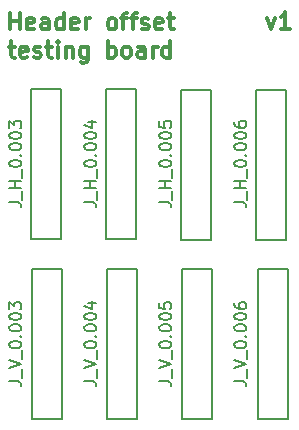
<source format=gto>
G04 #@! TF.FileFunction,Legend,Top*
%FSLAX46Y46*%
G04 Gerber Fmt 4.6, Leading zero omitted, Abs format (unit mm)*
G04 Created by KiCad (PCBNEW 4.0.6) date Fri Jun 16 13:15:56 2017*
%MOMM*%
%LPD*%
G01*
G04 APERTURE LIST*
%ADD10C,0.100000*%
%ADD11C,0.300000*%
%ADD12C,0.200000*%
%ADD13C,0.150000*%
G04 APERTURE END LIST*
D10*
D11*
X60030000Y-24465000D02*
X60363333Y-25398333D01*
X60696667Y-24465000D01*
X61963334Y-25398333D02*
X61163334Y-25398333D01*
X61563334Y-25398333D02*
X61563334Y-23998333D01*
X61430000Y-24198333D01*
X61296667Y-24331667D01*
X61163334Y-24398333D01*
X38251666Y-25468333D02*
X38251666Y-24068333D01*
X38251666Y-24735000D02*
X39051666Y-24735000D01*
X39051666Y-25468333D02*
X39051666Y-24068333D01*
X40251667Y-25401667D02*
X40118333Y-25468333D01*
X39851667Y-25468333D01*
X39718333Y-25401667D01*
X39651667Y-25268333D01*
X39651667Y-24735000D01*
X39718333Y-24601667D01*
X39851667Y-24535000D01*
X40118333Y-24535000D01*
X40251667Y-24601667D01*
X40318333Y-24735000D01*
X40318333Y-24868333D01*
X39651667Y-25001667D01*
X41518333Y-25468333D02*
X41518333Y-24735000D01*
X41451667Y-24601667D01*
X41318333Y-24535000D01*
X41051667Y-24535000D01*
X40918333Y-24601667D01*
X41518333Y-25401667D02*
X41385000Y-25468333D01*
X41051667Y-25468333D01*
X40918333Y-25401667D01*
X40851667Y-25268333D01*
X40851667Y-25135000D01*
X40918333Y-25001667D01*
X41051667Y-24935000D01*
X41385000Y-24935000D01*
X41518333Y-24868333D01*
X42785000Y-25468333D02*
X42785000Y-24068333D01*
X42785000Y-25401667D02*
X42651667Y-25468333D01*
X42385000Y-25468333D01*
X42251667Y-25401667D01*
X42185000Y-25335000D01*
X42118334Y-25201667D01*
X42118334Y-24801667D01*
X42185000Y-24668333D01*
X42251667Y-24601667D01*
X42385000Y-24535000D01*
X42651667Y-24535000D01*
X42785000Y-24601667D01*
X43985001Y-25401667D02*
X43851667Y-25468333D01*
X43585001Y-25468333D01*
X43451667Y-25401667D01*
X43385001Y-25268333D01*
X43385001Y-24735000D01*
X43451667Y-24601667D01*
X43585001Y-24535000D01*
X43851667Y-24535000D01*
X43985001Y-24601667D01*
X44051667Y-24735000D01*
X44051667Y-24868333D01*
X43385001Y-25001667D01*
X44651667Y-25468333D02*
X44651667Y-24535000D01*
X44651667Y-24801667D02*
X44718334Y-24668333D01*
X44785001Y-24601667D01*
X44918334Y-24535000D01*
X45051667Y-24535000D01*
X46785001Y-25468333D02*
X46651668Y-25401667D01*
X46585001Y-25335000D01*
X46518335Y-25201667D01*
X46518335Y-24801667D01*
X46585001Y-24668333D01*
X46651668Y-24601667D01*
X46785001Y-24535000D01*
X46985001Y-24535000D01*
X47118335Y-24601667D01*
X47185001Y-24668333D01*
X47251668Y-24801667D01*
X47251668Y-25201667D01*
X47185001Y-25335000D01*
X47118335Y-25401667D01*
X46985001Y-25468333D01*
X46785001Y-25468333D01*
X47651668Y-24535000D02*
X48185002Y-24535000D01*
X47851668Y-25468333D02*
X47851668Y-24268333D01*
X47918335Y-24135000D01*
X48051668Y-24068333D01*
X48185002Y-24068333D01*
X48451668Y-24535000D02*
X48985002Y-24535000D01*
X48651668Y-25468333D02*
X48651668Y-24268333D01*
X48718335Y-24135000D01*
X48851668Y-24068333D01*
X48985002Y-24068333D01*
X49385002Y-25401667D02*
X49518335Y-25468333D01*
X49785002Y-25468333D01*
X49918335Y-25401667D01*
X49985002Y-25268333D01*
X49985002Y-25201667D01*
X49918335Y-25068333D01*
X49785002Y-25001667D01*
X49585002Y-25001667D01*
X49451668Y-24935000D01*
X49385002Y-24801667D01*
X49385002Y-24735000D01*
X49451668Y-24601667D01*
X49585002Y-24535000D01*
X49785002Y-24535000D01*
X49918335Y-24601667D01*
X51118335Y-25401667D02*
X50985001Y-25468333D01*
X50718335Y-25468333D01*
X50585001Y-25401667D01*
X50518335Y-25268333D01*
X50518335Y-24735000D01*
X50585001Y-24601667D01*
X50718335Y-24535000D01*
X50985001Y-24535000D01*
X51118335Y-24601667D01*
X51185001Y-24735000D01*
X51185001Y-24868333D01*
X50518335Y-25001667D01*
X51585001Y-24535000D02*
X52118335Y-24535000D01*
X51785001Y-24068333D02*
X51785001Y-25268333D01*
X51851668Y-25401667D01*
X51985001Y-25468333D01*
X52118335Y-25468333D01*
X38151665Y-26935000D02*
X38684999Y-26935000D01*
X38351665Y-26468333D02*
X38351665Y-27668333D01*
X38418332Y-27801667D01*
X38551665Y-27868333D01*
X38684999Y-27868333D01*
X39684999Y-27801667D02*
X39551665Y-27868333D01*
X39284999Y-27868333D01*
X39151665Y-27801667D01*
X39084999Y-27668333D01*
X39084999Y-27135000D01*
X39151665Y-27001667D01*
X39284999Y-26935000D01*
X39551665Y-26935000D01*
X39684999Y-27001667D01*
X39751665Y-27135000D01*
X39751665Y-27268333D01*
X39084999Y-27401667D01*
X40284999Y-27801667D02*
X40418332Y-27868333D01*
X40684999Y-27868333D01*
X40818332Y-27801667D01*
X40884999Y-27668333D01*
X40884999Y-27601667D01*
X40818332Y-27468333D01*
X40684999Y-27401667D01*
X40484999Y-27401667D01*
X40351665Y-27335000D01*
X40284999Y-27201667D01*
X40284999Y-27135000D01*
X40351665Y-27001667D01*
X40484999Y-26935000D01*
X40684999Y-26935000D01*
X40818332Y-27001667D01*
X41284998Y-26935000D02*
X41818332Y-26935000D01*
X41484998Y-26468333D02*
X41484998Y-27668333D01*
X41551665Y-27801667D01*
X41684998Y-27868333D01*
X41818332Y-27868333D01*
X42284998Y-27868333D02*
X42284998Y-26935000D01*
X42284998Y-26468333D02*
X42218332Y-26535000D01*
X42284998Y-26601667D01*
X42351665Y-26535000D01*
X42284998Y-26468333D01*
X42284998Y-26601667D01*
X42951665Y-26935000D02*
X42951665Y-27868333D01*
X42951665Y-27068333D02*
X43018332Y-27001667D01*
X43151665Y-26935000D01*
X43351665Y-26935000D01*
X43484999Y-27001667D01*
X43551665Y-27135000D01*
X43551665Y-27868333D01*
X44818332Y-26935000D02*
X44818332Y-28068333D01*
X44751666Y-28201667D01*
X44684999Y-28268333D01*
X44551666Y-28335000D01*
X44351666Y-28335000D01*
X44218332Y-28268333D01*
X44818332Y-27801667D02*
X44684999Y-27868333D01*
X44418332Y-27868333D01*
X44284999Y-27801667D01*
X44218332Y-27735000D01*
X44151666Y-27601667D01*
X44151666Y-27201667D01*
X44218332Y-27068333D01*
X44284999Y-27001667D01*
X44418332Y-26935000D01*
X44684999Y-26935000D01*
X44818332Y-27001667D01*
X46551666Y-27868333D02*
X46551666Y-26468333D01*
X46551666Y-27001667D02*
X46685000Y-26935000D01*
X46951666Y-26935000D01*
X47085000Y-27001667D01*
X47151666Y-27068333D01*
X47218333Y-27201667D01*
X47218333Y-27601667D01*
X47151666Y-27735000D01*
X47085000Y-27801667D01*
X46951666Y-27868333D01*
X46685000Y-27868333D01*
X46551666Y-27801667D01*
X48018333Y-27868333D02*
X47885000Y-27801667D01*
X47818333Y-27735000D01*
X47751667Y-27601667D01*
X47751667Y-27201667D01*
X47818333Y-27068333D01*
X47885000Y-27001667D01*
X48018333Y-26935000D01*
X48218333Y-26935000D01*
X48351667Y-27001667D01*
X48418333Y-27068333D01*
X48485000Y-27201667D01*
X48485000Y-27601667D01*
X48418333Y-27735000D01*
X48351667Y-27801667D01*
X48218333Y-27868333D01*
X48018333Y-27868333D01*
X49685000Y-27868333D02*
X49685000Y-27135000D01*
X49618334Y-27001667D01*
X49485000Y-26935000D01*
X49218334Y-26935000D01*
X49085000Y-27001667D01*
X49685000Y-27801667D02*
X49551667Y-27868333D01*
X49218334Y-27868333D01*
X49085000Y-27801667D01*
X49018334Y-27668333D01*
X49018334Y-27535000D01*
X49085000Y-27401667D01*
X49218334Y-27335000D01*
X49551667Y-27335000D01*
X49685000Y-27268333D01*
X50351667Y-27868333D02*
X50351667Y-26935000D01*
X50351667Y-27201667D02*
X50418334Y-27068333D01*
X50485001Y-27001667D01*
X50618334Y-26935000D01*
X50751667Y-26935000D01*
X51818334Y-27868333D02*
X51818334Y-26468333D01*
X51818334Y-27801667D02*
X51685001Y-27868333D01*
X51418334Y-27868333D01*
X51285001Y-27801667D01*
X51218334Y-27735000D01*
X51151668Y-27601667D01*
X51151668Y-27201667D01*
X51218334Y-27068333D01*
X51285001Y-27001667D01*
X51418334Y-26935000D01*
X51685001Y-26935000D01*
X51818334Y-27001667D01*
D12*
X40005000Y-43256200D02*
X40005000Y-30556200D01*
X42545000Y-43256200D02*
X40005000Y-43256200D01*
X42545000Y-30556200D02*
X42545000Y-43256200D01*
X40005000Y-30556200D02*
X42545000Y-30556200D01*
X46355000Y-43256200D02*
X46355000Y-30556200D01*
X48895000Y-43256200D02*
X46355000Y-43256200D01*
X48895000Y-30556200D02*
X48895000Y-43256200D01*
X46355000Y-30556200D02*
X48895000Y-30556200D01*
X52705000Y-43307000D02*
X52705000Y-30607000D01*
X55245000Y-43307000D02*
X52705000Y-43307000D01*
X55245000Y-30607000D02*
X55245000Y-43307000D01*
X52705000Y-30607000D02*
X55245000Y-30607000D01*
X59055000Y-43332400D02*
X59055000Y-30632400D01*
X61595000Y-43332400D02*
X59055000Y-43332400D01*
X61595000Y-30632400D02*
X61595000Y-43332400D01*
X59055000Y-30632400D02*
X61595000Y-30632400D01*
X40081200Y-58420000D02*
X40081200Y-45720000D01*
X42621200Y-58420000D02*
X40081200Y-58420000D01*
X42621200Y-45720000D02*
X42621200Y-58420000D01*
X40081200Y-45720000D02*
X42621200Y-45720000D01*
X46456600Y-58420000D02*
X46456600Y-45720000D01*
X48996600Y-58420000D02*
X46456600Y-58420000D01*
X48996600Y-45720000D02*
X48996600Y-58420000D01*
X46456600Y-45720000D02*
X48996600Y-45720000D01*
X52832000Y-58420000D02*
X52832000Y-45720000D01*
X55372000Y-58420000D02*
X52832000Y-58420000D01*
X55372000Y-45720000D02*
X55372000Y-58420000D01*
X52832000Y-45720000D02*
X55372000Y-45720000D01*
X59207400Y-58420000D02*
X59207400Y-45720000D01*
X61747400Y-58420000D02*
X59207400Y-58420000D01*
X61747400Y-45720000D02*
X61747400Y-58420000D01*
X59207400Y-45720000D02*
X61747400Y-45720000D01*
D13*
X38187381Y-40115714D02*
X38901667Y-40115714D01*
X39044524Y-40163334D01*
X39139762Y-40258572D01*
X39187381Y-40401429D01*
X39187381Y-40496667D01*
X39282619Y-39877619D02*
X39282619Y-39115714D01*
X39187381Y-38877619D02*
X38187381Y-38877619D01*
X38663571Y-38877619D02*
X38663571Y-38306190D01*
X39187381Y-38306190D02*
X38187381Y-38306190D01*
X39282619Y-38068095D02*
X39282619Y-37306190D01*
X38187381Y-36877619D02*
X38187381Y-36782380D01*
X38235000Y-36687142D01*
X38282619Y-36639523D01*
X38377857Y-36591904D01*
X38568333Y-36544285D01*
X38806429Y-36544285D01*
X38996905Y-36591904D01*
X39092143Y-36639523D01*
X39139762Y-36687142D01*
X39187381Y-36782380D01*
X39187381Y-36877619D01*
X39139762Y-36972857D01*
X39092143Y-37020476D01*
X38996905Y-37068095D01*
X38806429Y-37115714D01*
X38568333Y-37115714D01*
X38377857Y-37068095D01*
X38282619Y-37020476D01*
X38235000Y-36972857D01*
X38187381Y-36877619D01*
X39092143Y-36115714D02*
X39139762Y-36068095D01*
X39187381Y-36115714D01*
X39139762Y-36163333D01*
X39092143Y-36115714D01*
X39187381Y-36115714D01*
X38187381Y-35449048D02*
X38187381Y-35353809D01*
X38235000Y-35258571D01*
X38282619Y-35210952D01*
X38377857Y-35163333D01*
X38568333Y-35115714D01*
X38806429Y-35115714D01*
X38996905Y-35163333D01*
X39092143Y-35210952D01*
X39139762Y-35258571D01*
X39187381Y-35353809D01*
X39187381Y-35449048D01*
X39139762Y-35544286D01*
X39092143Y-35591905D01*
X38996905Y-35639524D01*
X38806429Y-35687143D01*
X38568333Y-35687143D01*
X38377857Y-35639524D01*
X38282619Y-35591905D01*
X38235000Y-35544286D01*
X38187381Y-35449048D01*
X38187381Y-34496667D02*
X38187381Y-34401428D01*
X38235000Y-34306190D01*
X38282619Y-34258571D01*
X38377857Y-34210952D01*
X38568333Y-34163333D01*
X38806429Y-34163333D01*
X38996905Y-34210952D01*
X39092143Y-34258571D01*
X39139762Y-34306190D01*
X39187381Y-34401428D01*
X39187381Y-34496667D01*
X39139762Y-34591905D01*
X39092143Y-34639524D01*
X38996905Y-34687143D01*
X38806429Y-34734762D01*
X38568333Y-34734762D01*
X38377857Y-34687143D01*
X38282619Y-34639524D01*
X38235000Y-34591905D01*
X38187381Y-34496667D01*
X38187381Y-33830000D02*
X38187381Y-33210952D01*
X38568333Y-33544286D01*
X38568333Y-33401428D01*
X38615952Y-33306190D01*
X38663571Y-33258571D01*
X38758810Y-33210952D01*
X38996905Y-33210952D01*
X39092143Y-33258571D01*
X39139762Y-33306190D01*
X39187381Y-33401428D01*
X39187381Y-33687143D01*
X39139762Y-33782381D01*
X39092143Y-33830000D01*
X44537381Y-40115714D02*
X45251667Y-40115714D01*
X45394524Y-40163334D01*
X45489762Y-40258572D01*
X45537381Y-40401429D01*
X45537381Y-40496667D01*
X45632619Y-39877619D02*
X45632619Y-39115714D01*
X45537381Y-38877619D02*
X44537381Y-38877619D01*
X45013571Y-38877619D02*
X45013571Y-38306190D01*
X45537381Y-38306190D02*
X44537381Y-38306190D01*
X45632619Y-38068095D02*
X45632619Y-37306190D01*
X44537381Y-36877619D02*
X44537381Y-36782380D01*
X44585000Y-36687142D01*
X44632619Y-36639523D01*
X44727857Y-36591904D01*
X44918333Y-36544285D01*
X45156429Y-36544285D01*
X45346905Y-36591904D01*
X45442143Y-36639523D01*
X45489762Y-36687142D01*
X45537381Y-36782380D01*
X45537381Y-36877619D01*
X45489762Y-36972857D01*
X45442143Y-37020476D01*
X45346905Y-37068095D01*
X45156429Y-37115714D01*
X44918333Y-37115714D01*
X44727857Y-37068095D01*
X44632619Y-37020476D01*
X44585000Y-36972857D01*
X44537381Y-36877619D01*
X45442143Y-36115714D02*
X45489762Y-36068095D01*
X45537381Y-36115714D01*
X45489762Y-36163333D01*
X45442143Y-36115714D01*
X45537381Y-36115714D01*
X44537381Y-35449048D02*
X44537381Y-35353809D01*
X44585000Y-35258571D01*
X44632619Y-35210952D01*
X44727857Y-35163333D01*
X44918333Y-35115714D01*
X45156429Y-35115714D01*
X45346905Y-35163333D01*
X45442143Y-35210952D01*
X45489762Y-35258571D01*
X45537381Y-35353809D01*
X45537381Y-35449048D01*
X45489762Y-35544286D01*
X45442143Y-35591905D01*
X45346905Y-35639524D01*
X45156429Y-35687143D01*
X44918333Y-35687143D01*
X44727857Y-35639524D01*
X44632619Y-35591905D01*
X44585000Y-35544286D01*
X44537381Y-35449048D01*
X44537381Y-34496667D02*
X44537381Y-34401428D01*
X44585000Y-34306190D01*
X44632619Y-34258571D01*
X44727857Y-34210952D01*
X44918333Y-34163333D01*
X45156429Y-34163333D01*
X45346905Y-34210952D01*
X45442143Y-34258571D01*
X45489762Y-34306190D01*
X45537381Y-34401428D01*
X45537381Y-34496667D01*
X45489762Y-34591905D01*
X45442143Y-34639524D01*
X45346905Y-34687143D01*
X45156429Y-34734762D01*
X44918333Y-34734762D01*
X44727857Y-34687143D01*
X44632619Y-34639524D01*
X44585000Y-34591905D01*
X44537381Y-34496667D01*
X44870714Y-33306190D02*
X45537381Y-33306190D01*
X44489762Y-33544286D02*
X45204048Y-33782381D01*
X45204048Y-33163333D01*
X50887381Y-40115714D02*
X51601667Y-40115714D01*
X51744524Y-40163334D01*
X51839762Y-40258572D01*
X51887381Y-40401429D01*
X51887381Y-40496667D01*
X51982619Y-39877619D02*
X51982619Y-39115714D01*
X51887381Y-38877619D02*
X50887381Y-38877619D01*
X51363571Y-38877619D02*
X51363571Y-38306190D01*
X51887381Y-38306190D02*
X50887381Y-38306190D01*
X51982619Y-38068095D02*
X51982619Y-37306190D01*
X50887381Y-36877619D02*
X50887381Y-36782380D01*
X50935000Y-36687142D01*
X50982619Y-36639523D01*
X51077857Y-36591904D01*
X51268333Y-36544285D01*
X51506429Y-36544285D01*
X51696905Y-36591904D01*
X51792143Y-36639523D01*
X51839762Y-36687142D01*
X51887381Y-36782380D01*
X51887381Y-36877619D01*
X51839762Y-36972857D01*
X51792143Y-37020476D01*
X51696905Y-37068095D01*
X51506429Y-37115714D01*
X51268333Y-37115714D01*
X51077857Y-37068095D01*
X50982619Y-37020476D01*
X50935000Y-36972857D01*
X50887381Y-36877619D01*
X51792143Y-36115714D02*
X51839762Y-36068095D01*
X51887381Y-36115714D01*
X51839762Y-36163333D01*
X51792143Y-36115714D01*
X51887381Y-36115714D01*
X50887381Y-35449048D02*
X50887381Y-35353809D01*
X50935000Y-35258571D01*
X50982619Y-35210952D01*
X51077857Y-35163333D01*
X51268333Y-35115714D01*
X51506429Y-35115714D01*
X51696905Y-35163333D01*
X51792143Y-35210952D01*
X51839762Y-35258571D01*
X51887381Y-35353809D01*
X51887381Y-35449048D01*
X51839762Y-35544286D01*
X51792143Y-35591905D01*
X51696905Y-35639524D01*
X51506429Y-35687143D01*
X51268333Y-35687143D01*
X51077857Y-35639524D01*
X50982619Y-35591905D01*
X50935000Y-35544286D01*
X50887381Y-35449048D01*
X50887381Y-34496667D02*
X50887381Y-34401428D01*
X50935000Y-34306190D01*
X50982619Y-34258571D01*
X51077857Y-34210952D01*
X51268333Y-34163333D01*
X51506429Y-34163333D01*
X51696905Y-34210952D01*
X51792143Y-34258571D01*
X51839762Y-34306190D01*
X51887381Y-34401428D01*
X51887381Y-34496667D01*
X51839762Y-34591905D01*
X51792143Y-34639524D01*
X51696905Y-34687143D01*
X51506429Y-34734762D01*
X51268333Y-34734762D01*
X51077857Y-34687143D01*
X50982619Y-34639524D01*
X50935000Y-34591905D01*
X50887381Y-34496667D01*
X50887381Y-33258571D02*
X50887381Y-33734762D01*
X51363571Y-33782381D01*
X51315952Y-33734762D01*
X51268333Y-33639524D01*
X51268333Y-33401428D01*
X51315952Y-33306190D01*
X51363571Y-33258571D01*
X51458810Y-33210952D01*
X51696905Y-33210952D01*
X51792143Y-33258571D01*
X51839762Y-33306190D01*
X51887381Y-33401428D01*
X51887381Y-33639524D01*
X51839762Y-33734762D01*
X51792143Y-33782381D01*
X57237381Y-40115714D02*
X57951667Y-40115714D01*
X58094524Y-40163334D01*
X58189762Y-40258572D01*
X58237381Y-40401429D01*
X58237381Y-40496667D01*
X58332619Y-39877619D02*
X58332619Y-39115714D01*
X58237381Y-38877619D02*
X57237381Y-38877619D01*
X57713571Y-38877619D02*
X57713571Y-38306190D01*
X58237381Y-38306190D02*
X57237381Y-38306190D01*
X58332619Y-38068095D02*
X58332619Y-37306190D01*
X57237381Y-36877619D02*
X57237381Y-36782380D01*
X57285000Y-36687142D01*
X57332619Y-36639523D01*
X57427857Y-36591904D01*
X57618333Y-36544285D01*
X57856429Y-36544285D01*
X58046905Y-36591904D01*
X58142143Y-36639523D01*
X58189762Y-36687142D01*
X58237381Y-36782380D01*
X58237381Y-36877619D01*
X58189762Y-36972857D01*
X58142143Y-37020476D01*
X58046905Y-37068095D01*
X57856429Y-37115714D01*
X57618333Y-37115714D01*
X57427857Y-37068095D01*
X57332619Y-37020476D01*
X57285000Y-36972857D01*
X57237381Y-36877619D01*
X58142143Y-36115714D02*
X58189762Y-36068095D01*
X58237381Y-36115714D01*
X58189762Y-36163333D01*
X58142143Y-36115714D01*
X58237381Y-36115714D01*
X57237381Y-35449048D02*
X57237381Y-35353809D01*
X57285000Y-35258571D01*
X57332619Y-35210952D01*
X57427857Y-35163333D01*
X57618333Y-35115714D01*
X57856429Y-35115714D01*
X58046905Y-35163333D01*
X58142143Y-35210952D01*
X58189762Y-35258571D01*
X58237381Y-35353809D01*
X58237381Y-35449048D01*
X58189762Y-35544286D01*
X58142143Y-35591905D01*
X58046905Y-35639524D01*
X57856429Y-35687143D01*
X57618333Y-35687143D01*
X57427857Y-35639524D01*
X57332619Y-35591905D01*
X57285000Y-35544286D01*
X57237381Y-35449048D01*
X57237381Y-34496667D02*
X57237381Y-34401428D01*
X57285000Y-34306190D01*
X57332619Y-34258571D01*
X57427857Y-34210952D01*
X57618333Y-34163333D01*
X57856429Y-34163333D01*
X58046905Y-34210952D01*
X58142143Y-34258571D01*
X58189762Y-34306190D01*
X58237381Y-34401428D01*
X58237381Y-34496667D01*
X58189762Y-34591905D01*
X58142143Y-34639524D01*
X58046905Y-34687143D01*
X57856429Y-34734762D01*
X57618333Y-34734762D01*
X57427857Y-34687143D01*
X57332619Y-34639524D01*
X57285000Y-34591905D01*
X57237381Y-34496667D01*
X57237381Y-33306190D02*
X57237381Y-33496667D01*
X57285000Y-33591905D01*
X57332619Y-33639524D01*
X57475476Y-33734762D01*
X57665952Y-33782381D01*
X58046905Y-33782381D01*
X58142143Y-33734762D01*
X58189762Y-33687143D01*
X58237381Y-33591905D01*
X58237381Y-33401428D01*
X58189762Y-33306190D01*
X58142143Y-33258571D01*
X58046905Y-33210952D01*
X57808810Y-33210952D01*
X57713571Y-33258571D01*
X57665952Y-33306190D01*
X57618333Y-33401428D01*
X57618333Y-33591905D01*
X57665952Y-33687143D01*
X57713571Y-33734762D01*
X57808810Y-33782381D01*
X38187381Y-55260476D02*
X38901667Y-55260476D01*
X39044524Y-55308096D01*
X39139762Y-55403334D01*
X39187381Y-55546191D01*
X39187381Y-55641429D01*
X39282619Y-55022381D02*
X39282619Y-54260476D01*
X38187381Y-54165238D02*
X39187381Y-53831905D01*
X38187381Y-53498571D01*
X39282619Y-53403333D02*
X39282619Y-52641428D01*
X38187381Y-52212857D02*
X38187381Y-52117618D01*
X38235000Y-52022380D01*
X38282619Y-51974761D01*
X38377857Y-51927142D01*
X38568333Y-51879523D01*
X38806429Y-51879523D01*
X38996905Y-51927142D01*
X39092143Y-51974761D01*
X39139762Y-52022380D01*
X39187381Y-52117618D01*
X39187381Y-52212857D01*
X39139762Y-52308095D01*
X39092143Y-52355714D01*
X38996905Y-52403333D01*
X38806429Y-52450952D01*
X38568333Y-52450952D01*
X38377857Y-52403333D01*
X38282619Y-52355714D01*
X38235000Y-52308095D01*
X38187381Y-52212857D01*
X39092143Y-51450952D02*
X39139762Y-51403333D01*
X39187381Y-51450952D01*
X39139762Y-51498571D01*
X39092143Y-51450952D01*
X39187381Y-51450952D01*
X38187381Y-50784286D02*
X38187381Y-50689047D01*
X38235000Y-50593809D01*
X38282619Y-50546190D01*
X38377857Y-50498571D01*
X38568333Y-50450952D01*
X38806429Y-50450952D01*
X38996905Y-50498571D01*
X39092143Y-50546190D01*
X39139762Y-50593809D01*
X39187381Y-50689047D01*
X39187381Y-50784286D01*
X39139762Y-50879524D01*
X39092143Y-50927143D01*
X38996905Y-50974762D01*
X38806429Y-51022381D01*
X38568333Y-51022381D01*
X38377857Y-50974762D01*
X38282619Y-50927143D01*
X38235000Y-50879524D01*
X38187381Y-50784286D01*
X38187381Y-49831905D02*
X38187381Y-49736666D01*
X38235000Y-49641428D01*
X38282619Y-49593809D01*
X38377857Y-49546190D01*
X38568333Y-49498571D01*
X38806429Y-49498571D01*
X38996905Y-49546190D01*
X39092143Y-49593809D01*
X39139762Y-49641428D01*
X39187381Y-49736666D01*
X39187381Y-49831905D01*
X39139762Y-49927143D01*
X39092143Y-49974762D01*
X38996905Y-50022381D01*
X38806429Y-50070000D01*
X38568333Y-50070000D01*
X38377857Y-50022381D01*
X38282619Y-49974762D01*
X38235000Y-49927143D01*
X38187381Y-49831905D01*
X38187381Y-49165238D02*
X38187381Y-48546190D01*
X38568333Y-48879524D01*
X38568333Y-48736666D01*
X38615952Y-48641428D01*
X38663571Y-48593809D01*
X38758810Y-48546190D01*
X38996905Y-48546190D01*
X39092143Y-48593809D01*
X39139762Y-48641428D01*
X39187381Y-48736666D01*
X39187381Y-49022381D01*
X39139762Y-49117619D01*
X39092143Y-49165238D01*
X44537381Y-55260476D02*
X45251667Y-55260476D01*
X45394524Y-55308096D01*
X45489762Y-55403334D01*
X45537381Y-55546191D01*
X45537381Y-55641429D01*
X45632619Y-55022381D02*
X45632619Y-54260476D01*
X44537381Y-54165238D02*
X45537381Y-53831905D01*
X44537381Y-53498571D01*
X45632619Y-53403333D02*
X45632619Y-52641428D01*
X44537381Y-52212857D02*
X44537381Y-52117618D01*
X44585000Y-52022380D01*
X44632619Y-51974761D01*
X44727857Y-51927142D01*
X44918333Y-51879523D01*
X45156429Y-51879523D01*
X45346905Y-51927142D01*
X45442143Y-51974761D01*
X45489762Y-52022380D01*
X45537381Y-52117618D01*
X45537381Y-52212857D01*
X45489762Y-52308095D01*
X45442143Y-52355714D01*
X45346905Y-52403333D01*
X45156429Y-52450952D01*
X44918333Y-52450952D01*
X44727857Y-52403333D01*
X44632619Y-52355714D01*
X44585000Y-52308095D01*
X44537381Y-52212857D01*
X45442143Y-51450952D02*
X45489762Y-51403333D01*
X45537381Y-51450952D01*
X45489762Y-51498571D01*
X45442143Y-51450952D01*
X45537381Y-51450952D01*
X44537381Y-50784286D02*
X44537381Y-50689047D01*
X44585000Y-50593809D01*
X44632619Y-50546190D01*
X44727857Y-50498571D01*
X44918333Y-50450952D01*
X45156429Y-50450952D01*
X45346905Y-50498571D01*
X45442143Y-50546190D01*
X45489762Y-50593809D01*
X45537381Y-50689047D01*
X45537381Y-50784286D01*
X45489762Y-50879524D01*
X45442143Y-50927143D01*
X45346905Y-50974762D01*
X45156429Y-51022381D01*
X44918333Y-51022381D01*
X44727857Y-50974762D01*
X44632619Y-50927143D01*
X44585000Y-50879524D01*
X44537381Y-50784286D01*
X44537381Y-49831905D02*
X44537381Y-49736666D01*
X44585000Y-49641428D01*
X44632619Y-49593809D01*
X44727857Y-49546190D01*
X44918333Y-49498571D01*
X45156429Y-49498571D01*
X45346905Y-49546190D01*
X45442143Y-49593809D01*
X45489762Y-49641428D01*
X45537381Y-49736666D01*
X45537381Y-49831905D01*
X45489762Y-49927143D01*
X45442143Y-49974762D01*
X45346905Y-50022381D01*
X45156429Y-50070000D01*
X44918333Y-50070000D01*
X44727857Y-50022381D01*
X44632619Y-49974762D01*
X44585000Y-49927143D01*
X44537381Y-49831905D01*
X44870714Y-48641428D02*
X45537381Y-48641428D01*
X44489762Y-48879524D02*
X45204048Y-49117619D01*
X45204048Y-48498571D01*
X50887381Y-55260476D02*
X51601667Y-55260476D01*
X51744524Y-55308096D01*
X51839762Y-55403334D01*
X51887381Y-55546191D01*
X51887381Y-55641429D01*
X51982619Y-55022381D02*
X51982619Y-54260476D01*
X50887381Y-54165238D02*
X51887381Y-53831905D01*
X50887381Y-53498571D01*
X51982619Y-53403333D02*
X51982619Y-52641428D01*
X50887381Y-52212857D02*
X50887381Y-52117618D01*
X50935000Y-52022380D01*
X50982619Y-51974761D01*
X51077857Y-51927142D01*
X51268333Y-51879523D01*
X51506429Y-51879523D01*
X51696905Y-51927142D01*
X51792143Y-51974761D01*
X51839762Y-52022380D01*
X51887381Y-52117618D01*
X51887381Y-52212857D01*
X51839762Y-52308095D01*
X51792143Y-52355714D01*
X51696905Y-52403333D01*
X51506429Y-52450952D01*
X51268333Y-52450952D01*
X51077857Y-52403333D01*
X50982619Y-52355714D01*
X50935000Y-52308095D01*
X50887381Y-52212857D01*
X51792143Y-51450952D02*
X51839762Y-51403333D01*
X51887381Y-51450952D01*
X51839762Y-51498571D01*
X51792143Y-51450952D01*
X51887381Y-51450952D01*
X50887381Y-50784286D02*
X50887381Y-50689047D01*
X50935000Y-50593809D01*
X50982619Y-50546190D01*
X51077857Y-50498571D01*
X51268333Y-50450952D01*
X51506429Y-50450952D01*
X51696905Y-50498571D01*
X51792143Y-50546190D01*
X51839762Y-50593809D01*
X51887381Y-50689047D01*
X51887381Y-50784286D01*
X51839762Y-50879524D01*
X51792143Y-50927143D01*
X51696905Y-50974762D01*
X51506429Y-51022381D01*
X51268333Y-51022381D01*
X51077857Y-50974762D01*
X50982619Y-50927143D01*
X50935000Y-50879524D01*
X50887381Y-50784286D01*
X50887381Y-49831905D02*
X50887381Y-49736666D01*
X50935000Y-49641428D01*
X50982619Y-49593809D01*
X51077857Y-49546190D01*
X51268333Y-49498571D01*
X51506429Y-49498571D01*
X51696905Y-49546190D01*
X51792143Y-49593809D01*
X51839762Y-49641428D01*
X51887381Y-49736666D01*
X51887381Y-49831905D01*
X51839762Y-49927143D01*
X51792143Y-49974762D01*
X51696905Y-50022381D01*
X51506429Y-50070000D01*
X51268333Y-50070000D01*
X51077857Y-50022381D01*
X50982619Y-49974762D01*
X50935000Y-49927143D01*
X50887381Y-49831905D01*
X50887381Y-48593809D02*
X50887381Y-49070000D01*
X51363571Y-49117619D01*
X51315952Y-49070000D01*
X51268333Y-48974762D01*
X51268333Y-48736666D01*
X51315952Y-48641428D01*
X51363571Y-48593809D01*
X51458810Y-48546190D01*
X51696905Y-48546190D01*
X51792143Y-48593809D01*
X51839762Y-48641428D01*
X51887381Y-48736666D01*
X51887381Y-48974762D01*
X51839762Y-49070000D01*
X51792143Y-49117619D01*
X57237381Y-55260476D02*
X57951667Y-55260476D01*
X58094524Y-55308096D01*
X58189762Y-55403334D01*
X58237381Y-55546191D01*
X58237381Y-55641429D01*
X58332619Y-55022381D02*
X58332619Y-54260476D01*
X57237381Y-54165238D02*
X58237381Y-53831905D01*
X57237381Y-53498571D01*
X58332619Y-53403333D02*
X58332619Y-52641428D01*
X57237381Y-52212857D02*
X57237381Y-52117618D01*
X57285000Y-52022380D01*
X57332619Y-51974761D01*
X57427857Y-51927142D01*
X57618333Y-51879523D01*
X57856429Y-51879523D01*
X58046905Y-51927142D01*
X58142143Y-51974761D01*
X58189762Y-52022380D01*
X58237381Y-52117618D01*
X58237381Y-52212857D01*
X58189762Y-52308095D01*
X58142143Y-52355714D01*
X58046905Y-52403333D01*
X57856429Y-52450952D01*
X57618333Y-52450952D01*
X57427857Y-52403333D01*
X57332619Y-52355714D01*
X57285000Y-52308095D01*
X57237381Y-52212857D01*
X58142143Y-51450952D02*
X58189762Y-51403333D01*
X58237381Y-51450952D01*
X58189762Y-51498571D01*
X58142143Y-51450952D01*
X58237381Y-51450952D01*
X57237381Y-50784286D02*
X57237381Y-50689047D01*
X57285000Y-50593809D01*
X57332619Y-50546190D01*
X57427857Y-50498571D01*
X57618333Y-50450952D01*
X57856429Y-50450952D01*
X58046905Y-50498571D01*
X58142143Y-50546190D01*
X58189762Y-50593809D01*
X58237381Y-50689047D01*
X58237381Y-50784286D01*
X58189762Y-50879524D01*
X58142143Y-50927143D01*
X58046905Y-50974762D01*
X57856429Y-51022381D01*
X57618333Y-51022381D01*
X57427857Y-50974762D01*
X57332619Y-50927143D01*
X57285000Y-50879524D01*
X57237381Y-50784286D01*
X57237381Y-49831905D02*
X57237381Y-49736666D01*
X57285000Y-49641428D01*
X57332619Y-49593809D01*
X57427857Y-49546190D01*
X57618333Y-49498571D01*
X57856429Y-49498571D01*
X58046905Y-49546190D01*
X58142143Y-49593809D01*
X58189762Y-49641428D01*
X58237381Y-49736666D01*
X58237381Y-49831905D01*
X58189762Y-49927143D01*
X58142143Y-49974762D01*
X58046905Y-50022381D01*
X57856429Y-50070000D01*
X57618333Y-50070000D01*
X57427857Y-50022381D01*
X57332619Y-49974762D01*
X57285000Y-49927143D01*
X57237381Y-49831905D01*
X57237381Y-48641428D02*
X57237381Y-48831905D01*
X57285000Y-48927143D01*
X57332619Y-48974762D01*
X57475476Y-49070000D01*
X57665952Y-49117619D01*
X58046905Y-49117619D01*
X58142143Y-49070000D01*
X58189762Y-49022381D01*
X58237381Y-48927143D01*
X58237381Y-48736666D01*
X58189762Y-48641428D01*
X58142143Y-48593809D01*
X58046905Y-48546190D01*
X57808810Y-48546190D01*
X57713571Y-48593809D01*
X57665952Y-48641428D01*
X57618333Y-48736666D01*
X57618333Y-48927143D01*
X57665952Y-49022381D01*
X57713571Y-49070000D01*
X57808810Y-49117619D01*
M02*

</source>
